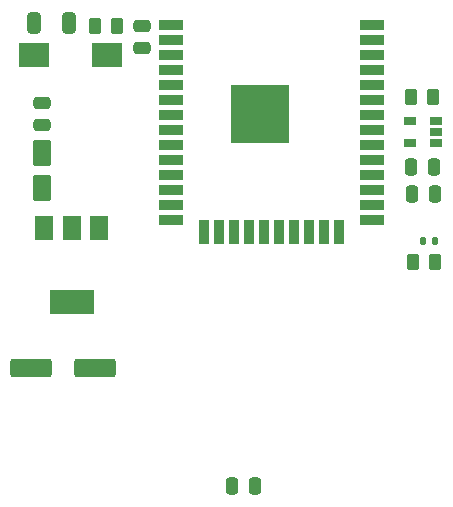
<source format=gbr>
%TF.GenerationSoftware,KiCad,Pcbnew,5.99.0-unknown-2b86b34124~125~ubuntu18.04.1*%
%TF.CreationDate,2021-04-08T16:17:32+02:00*%
%TF.ProjectId,controlAVR155,636f6e74-726f-46c4-9156-523135352e6b,rev?*%
%TF.SameCoordinates,Original*%
%TF.FileFunction,Paste,Top*%
%TF.FilePolarity,Positive*%
%FSLAX46Y46*%
G04 Gerber Fmt 4.6, Leading zero omitted, Abs format (unit mm)*
G04 Created by KiCad (PCBNEW 5.99.0-unknown-2b86b34124~125~ubuntu18.04.1) date 2021-04-08 16:17:32*
%MOMM*%
%LPD*%
G01*
G04 APERTURE LIST*
G04 Aperture macros list*
%AMRoundRect*
0 Rectangle with rounded corners*
0 $1 Rounding radius*
0 $2 $3 $4 $5 $6 $7 $8 $9 X,Y pos of 4 corners*
0 Add a 4 corners polygon primitive as box body*
4,1,4,$2,$3,$4,$5,$6,$7,$8,$9,$2,$3,0*
0 Add four circle primitives for the rounded corners*
1,1,$1+$1,$2,$3*
1,1,$1+$1,$4,$5*
1,1,$1+$1,$6,$7*
1,1,$1+$1,$8,$9*
0 Add four rect primitives between the rounded corners*
20,1,$1+$1,$2,$3,$4,$5,0*
20,1,$1+$1,$4,$5,$6,$7,0*
20,1,$1+$1,$6,$7,$8,$9,0*
20,1,$1+$1,$8,$9,$2,$3,0*%
G04 Aperture macros list end*
%ADD10RoundRect,0.250000X-0.475000X0.250000X-0.475000X-0.250000X0.475000X-0.250000X0.475000X0.250000X0*%
%ADD11RoundRect,0.250000X0.550000X-0.850000X0.550000X0.850000X-0.550000X0.850000X-0.550000X-0.850000X0*%
%ADD12R,2.500000X2.000000*%
%ADD13R,2.000000X0.900000*%
%ADD14R,0.900000X2.000000*%
%ADD15R,5.000000X5.000000*%
%ADD16RoundRect,0.147500X-0.147500X-0.172500X0.147500X-0.172500X0.147500X0.172500X-0.147500X0.172500X0*%
%ADD17RoundRect,0.250000X-0.250000X-0.475000X0.250000X-0.475000X0.250000X0.475000X-0.250000X0.475000X0*%
%ADD18RoundRect,0.250000X-0.262500X-0.450000X0.262500X-0.450000X0.262500X0.450000X-0.262500X0.450000X0*%
%ADD19R,1.500000X2.000000*%
%ADD20R,3.800000X2.000000*%
%ADD21RoundRect,0.250000X0.475000X-0.250000X0.475000X0.250000X-0.475000X0.250000X-0.475000X-0.250000X0*%
%ADD22R,1.060000X0.650000*%
%ADD23RoundRect,0.250000X0.262500X0.450000X-0.262500X0.450000X-0.262500X-0.450000X0.262500X-0.450000X0*%
%ADD24RoundRect,0.250000X1.500000X0.550000X-1.500000X0.550000X-1.500000X-0.550000X1.500000X-0.550000X0*%
%ADD25RoundRect,0.250000X-0.325000X-0.650000X0.325000X-0.650000X0.325000X0.650000X-0.325000X0.650000X0*%
G04 APERTURE END LIST*
D10*
%TO.C,C3*%
X109250000Y-80000000D03*
X109250000Y-81900000D03*
%TD*%
D11*
%TO.C,C4*%
X109250000Y-87250000D03*
X109250000Y-84250000D03*
%TD*%
D12*
%TO.C,SW1*%
X108590000Y-76000000D03*
X114750000Y-76000000D03*
%TD*%
D13*
%TO.C,U2*%
X120200000Y-73465000D03*
X120200000Y-74735000D03*
X120200000Y-76005000D03*
X120200000Y-77275000D03*
X120200000Y-78545000D03*
X120200000Y-79815000D03*
X120200000Y-81085000D03*
X120200000Y-82355000D03*
X120200000Y-83625000D03*
X120200000Y-84895000D03*
X120200000Y-86165000D03*
X120200000Y-87435000D03*
X120200000Y-88705000D03*
X120200000Y-89975000D03*
D14*
X122985000Y-90975000D03*
X124255000Y-90975000D03*
X125525000Y-90975000D03*
X126795000Y-90975000D03*
X128065000Y-90975000D03*
X129335000Y-90975000D03*
X130605000Y-90975000D03*
X131875000Y-90975000D03*
X133145000Y-90975000D03*
X134415000Y-90975000D03*
D13*
X137200000Y-89975000D03*
X137200000Y-88705000D03*
X137200000Y-87435000D03*
X137200000Y-86165000D03*
X137200000Y-84895000D03*
X137200000Y-83625000D03*
X137200000Y-82355000D03*
X137200000Y-81085000D03*
X137200000Y-79815000D03*
X137200000Y-78545000D03*
X137200000Y-77275000D03*
X137200000Y-76005000D03*
X137200000Y-74735000D03*
X137200000Y-73465000D03*
D15*
X127700000Y-80965000D03*
%TD*%
D16*
%TO.C,D1*%
X141515000Y-91750000D03*
X142485000Y-91750000D03*
%TD*%
D17*
%TO.C,C8*%
X140500000Y-85500000D03*
X142400000Y-85500000D03*
%TD*%
D18*
%TO.C,R2*%
X140500000Y-79500000D03*
X142325000Y-79500000D03*
%TD*%
D19*
%TO.C,U1*%
X114050000Y-90600000D03*
X111750000Y-90600000D03*
D20*
X111750000Y-96900000D03*
D19*
X109450000Y-90600000D03*
%TD*%
D21*
%TO.C,C5*%
X117750000Y-75400000D03*
X117750000Y-73500000D03*
%TD*%
D22*
%TO.C,U3*%
X142600000Y-83450000D03*
X142600000Y-82500000D03*
X142600000Y-81550000D03*
X140400000Y-81550000D03*
X140400000Y-83450000D03*
%TD*%
D23*
%TO.C,R1*%
X115575000Y-73500000D03*
X113750000Y-73500000D03*
%TD*%
D24*
%TO.C,C2*%
X113750000Y-102500000D03*
X108350000Y-102500000D03*
%TD*%
D17*
%TO.C,C7*%
X140600000Y-87750000D03*
X142500000Y-87750000D03*
%TD*%
%TO.C,C1*%
X125350000Y-112500000D03*
X127250000Y-112500000D03*
%TD*%
D23*
%TO.C,R3*%
X142500000Y-93500000D03*
X140675000Y-93500000D03*
%TD*%
D25*
%TO.C,C6*%
X108550000Y-73250000D03*
X111500000Y-73250000D03*
%TD*%
M02*

</source>
